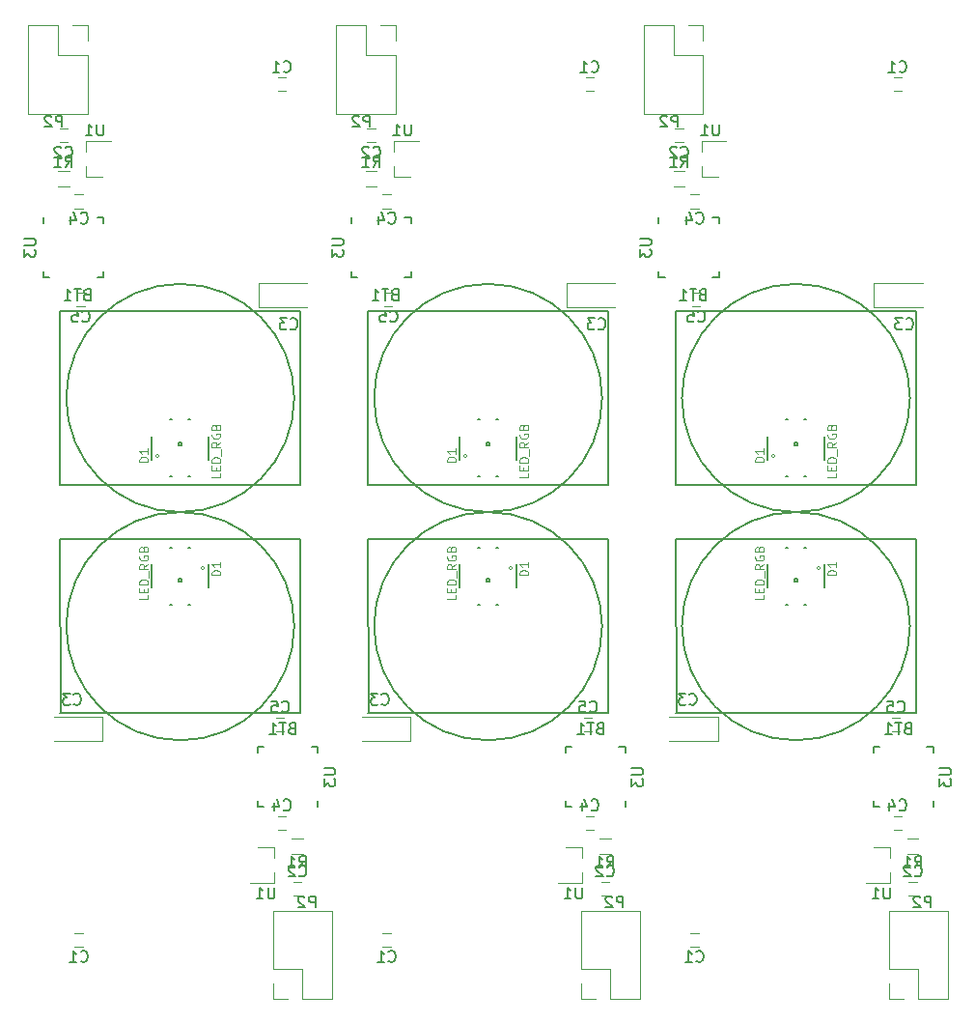
<source format=gbr>
G04 #@! TF.FileFunction,Legend,Bot*
%FSLAX46Y46*%
G04 Gerber Fmt 4.6, Leading zero omitted, Abs format (unit mm)*
G04 Created by KiCad (PCBNEW 4.0.6-e0-6349~52~ubuntu16.10.1) date Sat Apr 29 12:35:10 2017*
%MOMM*%
%LPD*%
G01*
G04 APERTURE LIST*
%ADD10C,0.100000*%
%ADD11C,0.203200*%
%ADD12C,0.101600*%
%ADD13C,0.150000*%
%ADD14C,0.120000*%
%ADD15C,0.050800*%
G04 APERTURE END LIST*
D10*
D11*
X256499360Y-104601780D02*
X256499360Y-106598220D01*
X251500640Y-104601780D02*
X251500640Y-106598220D01*
X254698500Y-103100640D02*
X254899160Y-103100640D01*
X253100840Y-103100640D02*
X253301500Y-103100640D01*
X253100840Y-108099360D02*
X253301500Y-108099360D01*
X254698500Y-108099360D02*
X254899160Y-108099360D01*
X253873000Y-105854000D02*
X254127000Y-105854000D01*
X254127000Y-105854000D02*
X254127000Y-106108000D01*
X254127000Y-106108000D02*
X253873000Y-106108000D01*
X253873000Y-106108000D02*
X253873000Y-105854000D01*
D12*
X256157033Y-104901500D02*
G75*
G03X256157033Y-104901500I-158053J0D01*
G01*
D13*
X264000000Y-110000000D02*
G75*
G03X264000000Y-110000000I-10000000J0D01*
G01*
X264550000Y-117625000D02*
X264550000Y-102375000D01*
X243450000Y-102375000D02*
X243500000Y-117625000D01*
X264550000Y-102375000D02*
X243450000Y-102375000D01*
X264550000Y-117625000D02*
X243450000Y-117625000D01*
D14*
X247150000Y-117950000D02*
X242900000Y-117950000D01*
X247150000Y-120050000D02*
X242900000Y-120050000D01*
X247150000Y-117950000D02*
X247150000Y-120050000D01*
X263250000Y-126625000D02*
X262550000Y-126625000D01*
X262550000Y-127825000D02*
X263250000Y-127825000D01*
X263100000Y-118000000D02*
X262400000Y-118000000D01*
X262400000Y-119200000D02*
X263100000Y-119200000D01*
X262130000Y-140070000D02*
X262130000Y-134930000D01*
X262130000Y-134930000D02*
X267330000Y-134930000D01*
X267330000Y-134930000D02*
X267330000Y-142670000D01*
X267330000Y-142670000D02*
X264730000Y-142670000D01*
X264730000Y-142670000D02*
X264730000Y-140070000D01*
X264730000Y-140070000D02*
X262130000Y-140070000D01*
X262130000Y-141340000D02*
X262130000Y-142670000D01*
X262130000Y-142670000D02*
X263460000Y-142670000D01*
X262260000Y-129370000D02*
X262260000Y-130300000D01*
X262260000Y-132530000D02*
X262260000Y-131600000D01*
X262260000Y-132530000D02*
X260100000Y-132530000D01*
X262260000Y-129370000D02*
X260800000Y-129370000D01*
X244750000Y-138100000D02*
X245450000Y-138100000D01*
X245450000Y-136900000D02*
X244750000Y-136900000D01*
X264600000Y-132400000D02*
X263900000Y-132400000D01*
X263900000Y-133600000D02*
X264600000Y-133600000D01*
X264750000Y-128570000D02*
X263750000Y-128570000D01*
X263750000Y-129930000D02*
X264750000Y-129930000D01*
D13*
X266025000Y-120575000D02*
X265500000Y-120575000D01*
X260775000Y-125825000D02*
X261300000Y-125825000D01*
X260775000Y-120575000D02*
X261300000Y-120575000D01*
X266025000Y-125825000D02*
X266025000Y-125300000D01*
X260775000Y-125825000D02*
X260775000Y-125300000D01*
X260775000Y-120575000D02*
X260775000Y-121100000D01*
X266025000Y-120575000D02*
X266025000Y-121100000D01*
D11*
X229499360Y-104601780D02*
X229499360Y-106598220D01*
X224500640Y-104601780D02*
X224500640Y-106598220D01*
X227698500Y-103100640D02*
X227899160Y-103100640D01*
X226100840Y-103100640D02*
X226301500Y-103100640D01*
X226100840Y-108099360D02*
X226301500Y-108099360D01*
X227698500Y-108099360D02*
X227899160Y-108099360D01*
X226873000Y-105854000D02*
X227127000Y-105854000D01*
X227127000Y-105854000D02*
X227127000Y-106108000D01*
X227127000Y-106108000D02*
X226873000Y-106108000D01*
X226873000Y-106108000D02*
X226873000Y-105854000D01*
D12*
X229157033Y-104901500D02*
G75*
G03X229157033Y-104901500I-158053J0D01*
G01*
D11*
X202499360Y-104601780D02*
X202499360Y-106598220D01*
X197500640Y-104601780D02*
X197500640Y-106598220D01*
X200698500Y-103100640D02*
X200899160Y-103100640D01*
X199100840Y-103100640D02*
X199301500Y-103100640D01*
X199100840Y-108099360D02*
X199301500Y-108099360D01*
X200698500Y-108099360D02*
X200899160Y-108099360D01*
X199873000Y-105854000D02*
X200127000Y-105854000D01*
X200127000Y-105854000D02*
X200127000Y-106108000D01*
X200127000Y-106108000D02*
X199873000Y-106108000D01*
X199873000Y-106108000D02*
X199873000Y-105854000D01*
D12*
X202157033Y-104901500D02*
G75*
G03X202157033Y-104901500I-158053J0D01*
G01*
D13*
X239025000Y-120575000D02*
X238500000Y-120575000D01*
X233775000Y-125825000D02*
X234300000Y-125825000D01*
X233775000Y-120575000D02*
X234300000Y-120575000D01*
X239025000Y-125825000D02*
X239025000Y-125300000D01*
X233775000Y-125825000D02*
X233775000Y-125300000D01*
X233775000Y-120575000D02*
X233775000Y-121100000D01*
X239025000Y-120575000D02*
X239025000Y-121100000D01*
X212025000Y-120575000D02*
X211500000Y-120575000D01*
X206775000Y-125825000D02*
X207300000Y-125825000D01*
X206775000Y-120575000D02*
X207300000Y-120575000D01*
X212025000Y-125825000D02*
X212025000Y-125300000D01*
X206775000Y-125825000D02*
X206775000Y-125300000D01*
X206775000Y-120575000D02*
X206775000Y-121100000D01*
X212025000Y-120575000D02*
X212025000Y-121100000D01*
D14*
X235130000Y-140070000D02*
X235130000Y-134930000D01*
X235130000Y-134930000D02*
X240330000Y-134930000D01*
X240330000Y-134930000D02*
X240330000Y-142670000D01*
X240330000Y-142670000D02*
X237730000Y-142670000D01*
X237730000Y-142670000D02*
X237730000Y-140070000D01*
X237730000Y-140070000D02*
X235130000Y-140070000D01*
X235130000Y-141340000D02*
X235130000Y-142670000D01*
X235130000Y-142670000D02*
X236460000Y-142670000D01*
X208130000Y-140070000D02*
X208130000Y-134930000D01*
X208130000Y-134930000D02*
X213330000Y-134930000D01*
X213330000Y-134930000D02*
X213330000Y-142670000D01*
X213330000Y-142670000D02*
X210730000Y-142670000D01*
X210730000Y-142670000D02*
X210730000Y-140070000D01*
X210730000Y-140070000D02*
X208130000Y-140070000D01*
X208130000Y-141340000D02*
X208130000Y-142670000D01*
X208130000Y-142670000D02*
X209460000Y-142670000D01*
X217750000Y-138100000D02*
X218450000Y-138100000D01*
X218450000Y-136900000D02*
X217750000Y-136900000D01*
X190750000Y-138100000D02*
X191450000Y-138100000D01*
X191450000Y-136900000D02*
X190750000Y-136900000D01*
X237600000Y-132400000D02*
X236900000Y-132400000D01*
X236900000Y-133600000D02*
X237600000Y-133600000D01*
X210600000Y-132400000D02*
X209900000Y-132400000D01*
X209900000Y-133600000D02*
X210600000Y-133600000D01*
X235260000Y-129370000D02*
X235260000Y-130300000D01*
X235260000Y-132530000D02*
X235260000Y-131600000D01*
X235260000Y-132530000D02*
X233100000Y-132530000D01*
X235260000Y-129370000D02*
X233800000Y-129370000D01*
X208260000Y-129370000D02*
X208260000Y-130300000D01*
X208260000Y-132530000D02*
X208260000Y-131600000D01*
X208260000Y-132530000D02*
X206100000Y-132530000D01*
X208260000Y-129370000D02*
X206800000Y-129370000D01*
X237750000Y-128570000D02*
X236750000Y-128570000D01*
X236750000Y-129930000D02*
X237750000Y-129930000D01*
X210750000Y-128570000D02*
X209750000Y-128570000D01*
X209750000Y-129930000D02*
X210750000Y-129930000D01*
X236100000Y-118000000D02*
X235400000Y-118000000D01*
X235400000Y-119200000D02*
X236100000Y-119200000D01*
X209100000Y-118000000D02*
X208400000Y-118000000D01*
X208400000Y-119200000D02*
X209100000Y-119200000D01*
X236250000Y-126625000D02*
X235550000Y-126625000D01*
X235550000Y-127825000D02*
X236250000Y-127825000D01*
X209250000Y-126625000D02*
X208550000Y-126625000D01*
X208550000Y-127825000D02*
X209250000Y-127825000D01*
X220150000Y-117950000D02*
X215900000Y-117950000D01*
X220150000Y-120050000D02*
X215900000Y-120050000D01*
X220150000Y-117950000D02*
X220150000Y-120050000D01*
X193150000Y-117950000D02*
X188900000Y-117950000D01*
X193150000Y-120050000D02*
X188900000Y-120050000D01*
X193150000Y-117950000D02*
X193150000Y-120050000D01*
D13*
X237000000Y-110000000D02*
G75*
G03X237000000Y-110000000I-10000000J0D01*
G01*
X237550000Y-117625000D02*
X237550000Y-102375000D01*
X216450000Y-102375000D02*
X216500000Y-117625000D01*
X237550000Y-102375000D02*
X216450000Y-102375000D01*
X237550000Y-117625000D02*
X216450000Y-117625000D01*
X210000000Y-110000000D02*
G75*
G03X210000000Y-110000000I-10000000J0D01*
G01*
X210550000Y-117625000D02*
X210550000Y-102375000D01*
X189450000Y-102375000D02*
X189500000Y-117625000D01*
X210550000Y-102375000D02*
X189450000Y-102375000D01*
X210550000Y-117625000D02*
X189450000Y-117625000D01*
X264000000Y-90000000D02*
G75*
G03X264000000Y-90000000I-10000000J0D01*
G01*
X243450000Y-82375000D02*
X243450000Y-97625000D01*
X264550000Y-97625000D02*
X264500000Y-82375000D01*
X243450000Y-97625000D02*
X264550000Y-97625000D01*
X243450000Y-82375000D02*
X264550000Y-82375000D01*
X237000000Y-90000000D02*
G75*
G03X237000000Y-90000000I-10000000J0D01*
G01*
X216450000Y-82375000D02*
X216450000Y-97625000D01*
X237550000Y-97625000D02*
X237500000Y-82375000D01*
X216450000Y-97625000D02*
X237550000Y-97625000D01*
X216450000Y-82375000D02*
X237550000Y-82375000D01*
D14*
X260850000Y-82050000D02*
X265100000Y-82050000D01*
X260850000Y-79950000D02*
X265100000Y-79950000D01*
X260850000Y-82050000D02*
X260850000Y-79950000D01*
X233850000Y-82050000D02*
X238100000Y-82050000D01*
X233850000Y-79950000D02*
X238100000Y-79950000D01*
X233850000Y-82050000D02*
X233850000Y-79950000D01*
X244750000Y-73375000D02*
X245450000Y-73375000D01*
X245450000Y-72175000D02*
X244750000Y-72175000D01*
X217750000Y-73375000D02*
X218450000Y-73375000D01*
X218450000Y-72175000D02*
X217750000Y-72175000D01*
X244900000Y-82000000D02*
X245600000Y-82000000D01*
X245600000Y-80800000D02*
X244900000Y-80800000D01*
X217900000Y-82000000D02*
X218600000Y-82000000D01*
X218600000Y-80800000D02*
X217900000Y-80800000D01*
X243250000Y-71430000D02*
X244250000Y-71430000D01*
X244250000Y-70070000D02*
X243250000Y-70070000D01*
X216250000Y-71430000D02*
X217250000Y-71430000D01*
X217250000Y-70070000D02*
X216250000Y-70070000D01*
X245740000Y-70630000D02*
X245740000Y-69700000D01*
X245740000Y-67470000D02*
X245740000Y-68400000D01*
X245740000Y-67470000D02*
X247900000Y-67470000D01*
X245740000Y-70630000D02*
X247200000Y-70630000D01*
X218740000Y-70630000D02*
X218740000Y-69700000D01*
X218740000Y-67470000D02*
X218740000Y-68400000D01*
X218740000Y-67470000D02*
X220900000Y-67470000D01*
X218740000Y-70630000D02*
X220200000Y-70630000D01*
X243400000Y-67600000D02*
X244100000Y-67600000D01*
X244100000Y-66400000D02*
X243400000Y-66400000D01*
X216400000Y-67600000D02*
X217100000Y-67600000D01*
X217100000Y-66400000D02*
X216400000Y-66400000D01*
X263250000Y-61900000D02*
X262550000Y-61900000D01*
X262550000Y-63100000D02*
X263250000Y-63100000D01*
X236250000Y-61900000D02*
X235550000Y-61900000D01*
X235550000Y-63100000D02*
X236250000Y-63100000D01*
X245870000Y-59930000D02*
X245870000Y-65070000D01*
X245870000Y-65070000D02*
X240670000Y-65070000D01*
X240670000Y-65070000D02*
X240670000Y-57330000D01*
X240670000Y-57330000D02*
X243270000Y-57330000D01*
X243270000Y-57330000D02*
X243270000Y-59930000D01*
X243270000Y-59930000D02*
X245870000Y-59930000D01*
X245870000Y-58660000D02*
X245870000Y-57330000D01*
X245870000Y-57330000D02*
X244540000Y-57330000D01*
X218870000Y-59930000D02*
X218870000Y-65070000D01*
X218870000Y-65070000D02*
X213670000Y-65070000D01*
X213670000Y-65070000D02*
X213670000Y-57330000D01*
X213670000Y-57330000D02*
X216270000Y-57330000D01*
X216270000Y-57330000D02*
X216270000Y-59930000D01*
X216270000Y-59930000D02*
X218870000Y-59930000D01*
X218870000Y-58660000D02*
X218870000Y-57330000D01*
X218870000Y-57330000D02*
X217540000Y-57330000D01*
D13*
X241975000Y-79425000D02*
X242500000Y-79425000D01*
X247225000Y-74175000D02*
X246700000Y-74175000D01*
X247225000Y-79425000D02*
X246700000Y-79425000D01*
X241975000Y-74175000D02*
X241975000Y-74700000D01*
X247225000Y-74175000D02*
X247225000Y-74700000D01*
X247225000Y-79425000D02*
X247225000Y-78900000D01*
X241975000Y-79425000D02*
X241975000Y-78900000D01*
X214975000Y-79425000D02*
X215500000Y-79425000D01*
X220225000Y-74175000D02*
X219700000Y-74175000D01*
X220225000Y-79425000D02*
X219700000Y-79425000D01*
X214975000Y-74175000D02*
X214975000Y-74700000D01*
X220225000Y-74175000D02*
X220225000Y-74700000D01*
X220225000Y-79425000D02*
X220225000Y-78900000D01*
X214975000Y-79425000D02*
X214975000Y-78900000D01*
D11*
X251500640Y-95398220D02*
X251500640Y-93401780D01*
X256499360Y-95398220D02*
X256499360Y-93401780D01*
X253301500Y-96899360D02*
X253100840Y-96899360D01*
X254899160Y-96899360D02*
X254698500Y-96899360D01*
X254899160Y-91900640D02*
X254698500Y-91900640D01*
X253301500Y-91900640D02*
X253100840Y-91900640D01*
X254127000Y-94146000D02*
X253873000Y-94146000D01*
X253873000Y-94146000D02*
X253873000Y-93892000D01*
X253873000Y-93892000D02*
X254127000Y-93892000D01*
X254127000Y-93892000D02*
X254127000Y-94146000D01*
D12*
X252159073Y-95098500D02*
G75*
G03X252159073Y-95098500I-158053J0D01*
G01*
D11*
X224500640Y-95398220D02*
X224500640Y-93401780D01*
X229499360Y-95398220D02*
X229499360Y-93401780D01*
X226301500Y-96899360D02*
X226100840Y-96899360D01*
X227899160Y-96899360D02*
X227698500Y-96899360D01*
X227899160Y-91900640D02*
X227698500Y-91900640D01*
X226301500Y-91900640D02*
X226100840Y-91900640D01*
X227127000Y-94146000D02*
X226873000Y-94146000D01*
X226873000Y-94146000D02*
X226873000Y-93892000D01*
X226873000Y-93892000D02*
X227127000Y-93892000D01*
X227127000Y-93892000D02*
X227127000Y-94146000D01*
D12*
X225159073Y-95098500D02*
G75*
G03X225159073Y-95098500I-158053J0D01*
G01*
D13*
X187975000Y-79425000D02*
X188500000Y-79425000D01*
X193225000Y-74175000D02*
X192700000Y-74175000D01*
X193225000Y-79425000D02*
X192700000Y-79425000D01*
X187975000Y-74175000D02*
X187975000Y-74700000D01*
X193225000Y-74175000D02*
X193225000Y-74700000D01*
X193225000Y-79425000D02*
X193225000Y-78900000D01*
X187975000Y-79425000D02*
X187975000Y-78900000D01*
D14*
X189250000Y-71430000D02*
X190250000Y-71430000D01*
X190250000Y-70070000D02*
X189250000Y-70070000D01*
X189400000Y-67600000D02*
X190100000Y-67600000D01*
X190100000Y-66400000D02*
X189400000Y-66400000D01*
X209250000Y-61900000D02*
X208550000Y-61900000D01*
X208550000Y-63100000D02*
X209250000Y-63100000D01*
X191740000Y-70630000D02*
X191740000Y-69700000D01*
X191740000Y-67470000D02*
X191740000Y-68400000D01*
X191740000Y-67470000D02*
X193900000Y-67470000D01*
X191740000Y-70630000D02*
X193200000Y-70630000D01*
X191870000Y-59930000D02*
X191870000Y-65070000D01*
X191870000Y-65070000D02*
X186670000Y-65070000D01*
X186670000Y-65070000D02*
X186670000Y-57330000D01*
X186670000Y-57330000D02*
X189270000Y-57330000D01*
X189270000Y-57330000D02*
X189270000Y-59930000D01*
X189270000Y-59930000D02*
X191870000Y-59930000D01*
X191870000Y-58660000D02*
X191870000Y-57330000D01*
X191870000Y-57330000D02*
X190540000Y-57330000D01*
X190900000Y-82000000D02*
X191600000Y-82000000D01*
X191600000Y-80800000D02*
X190900000Y-80800000D01*
X190750000Y-73375000D02*
X191450000Y-73375000D01*
X191450000Y-72175000D02*
X190750000Y-72175000D01*
X206850000Y-82050000D02*
X211100000Y-82050000D01*
X206850000Y-79950000D02*
X211100000Y-79950000D01*
X206850000Y-82050000D02*
X206850000Y-79950000D01*
D13*
X210000000Y-90000000D02*
G75*
G03X210000000Y-90000000I-10000000J0D01*
G01*
X189450000Y-82375000D02*
X189450000Y-97625000D01*
X210550000Y-97625000D02*
X210500000Y-82375000D01*
X189450000Y-97625000D02*
X210550000Y-97625000D01*
X189450000Y-82375000D02*
X210550000Y-82375000D01*
D11*
X197500640Y-95398220D02*
X197500640Y-93401780D01*
X202499360Y-95398220D02*
X202499360Y-93401780D01*
X199301500Y-96899360D02*
X199100840Y-96899360D01*
X200899160Y-96899360D02*
X200698500Y-96899360D01*
X200899160Y-91900640D02*
X200698500Y-91900640D01*
X199301500Y-91900640D02*
X199100840Y-91900640D01*
X200127000Y-94146000D02*
X199873000Y-94146000D01*
X199873000Y-94146000D02*
X199873000Y-93892000D01*
X199873000Y-93892000D02*
X200127000Y-93892000D01*
X200127000Y-93892000D02*
X200127000Y-94146000D01*
D12*
X198159073Y-95098500D02*
G75*
G03X198159073Y-95098500I-158053J0D01*
G01*
D15*
X257519714Y-105527428D02*
X256757714Y-105527428D01*
X256757714Y-105346000D01*
X256794000Y-105237143D01*
X256866571Y-105164571D01*
X256939143Y-105128286D01*
X257084286Y-105092000D01*
X257193143Y-105092000D01*
X257338286Y-105128286D01*
X257410857Y-105164571D01*
X257483429Y-105237143D01*
X257519714Y-105346000D01*
X257519714Y-105527428D01*
X257519714Y-104366286D02*
X257519714Y-104801714D01*
X257519714Y-104584000D02*
X256757714Y-104584000D01*
X256866571Y-104656571D01*
X256939143Y-104729143D01*
X256975429Y-104801714D01*
X251169714Y-107269142D02*
X251169714Y-107631999D01*
X250407714Y-107631999D01*
X250770571Y-107015142D02*
X250770571Y-106761142D01*
X251169714Y-106652285D02*
X251169714Y-107015142D01*
X250407714Y-107015142D01*
X250407714Y-106652285D01*
X251169714Y-106325713D02*
X250407714Y-106325713D01*
X250407714Y-106144285D01*
X250444000Y-106035428D01*
X250516571Y-105962856D01*
X250589143Y-105926571D01*
X250734286Y-105890285D01*
X250843143Y-105890285D01*
X250988286Y-105926571D01*
X251060857Y-105962856D01*
X251133429Y-106035428D01*
X251169714Y-106144285D01*
X251169714Y-106325713D01*
X251242286Y-105745142D02*
X251242286Y-105164571D01*
X251169714Y-104547714D02*
X250806857Y-104801714D01*
X251169714Y-104983142D02*
X250407714Y-104983142D01*
X250407714Y-104692857D01*
X250444000Y-104620285D01*
X250480286Y-104584000D01*
X250552857Y-104547714D01*
X250661714Y-104547714D01*
X250734286Y-104584000D01*
X250770571Y-104620285D01*
X250806857Y-104692857D01*
X250806857Y-104983142D01*
X250444000Y-103822000D02*
X250407714Y-103894571D01*
X250407714Y-104003428D01*
X250444000Y-104112285D01*
X250516571Y-104184857D01*
X250589143Y-104221142D01*
X250734286Y-104257428D01*
X250843143Y-104257428D01*
X250988286Y-104221142D01*
X251060857Y-104184857D01*
X251133429Y-104112285D01*
X251169714Y-104003428D01*
X251169714Y-103930857D01*
X251133429Y-103822000D01*
X251097143Y-103785714D01*
X250843143Y-103785714D01*
X250843143Y-103930857D01*
X250770571Y-103205142D02*
X250806857Y-103096285D01*
X250843143Y-103060000D01*
X250915714Y-103023714D01*
X251024571Y-103023714D01*
X251097143Y-103060000D01*
X251133429Y-103096285D01*
X251169714Y-103168857D01*
X251169714Y-103459142D01*
X250407714Y-103459142D01*
X250407714Y-103205142D01*
X250444000Y-103132571D01*
X250480286Y-103096285D01*
X250552857Y-103060000D01*
X250625429Y-103060000D01*
X250698000Y-103096285D01*
X250734286Y-103132571D01*
X250770571Y-103205142D01*
X250770571Y-103459142D01*
D13*
X263785714Y-118928571D02*
X263642857Y-118976190D01*
X263595238Y-119023810D01*
X263547619Y-119119048D01*
X263547619Y-119261905D01*
X263595238Y-119357143D01*
X263642857Y-119404762D01*
X263738095Y-119452381D01*
X264119048Y-119452381D01*
X264119048Y-118452381D01*
X263785714Y-118452381D01*
X263690476Y-118500000D01*
X263642857Y-118547619D01*
X263595238Y-118642857D01*
X263595238Y-118738095D01*
X263642857Y-118833333D01*
X263690476Y-118880952D01*
X263785714Y-118928571D01*
X264119048Y-118928571D01*
X263261905Y-118452381D02*
X262690476Y-118452381D01*
X262976191Y-119452381D02*
X262976191Y-118452381D01*
X261833333Y-119452381D02*
X262404762Y-119452381D01*
X262119048Y-119452381D02*
X262119048Y-118452381D01*
X262214286Y-118595238D01*
X262309524Y-118690476D01*
X262404762Y-118738095D01*
X244666666Y-116807143D02*
X244714285Y-116854762D01*
X244857142Y-116902381D01*
X244952380Y-116902381D01*
X245095238Y-116854762D01*
X245190476Y-116759524D01*
X245238095Y-116664286D01*
X245285714Y-116473810D01*
X245285714Y-116330952D01*
X245238095Y-116140476D01*
X245190476Y-116045238D01*
X245095238Y-115950000D01*
X244952380Y-115902381D01*
X244857142Y-115902381D01*
X244714285Y-115950000D01*
X244666666Y-115997619D01*
X244333333Y-115902381D02*
X243714285Y-115902381D01*
X244047619Y-116283333D01*
X243904761Y-116283333D01*
X243809523Y-116330952D01*
X243761904Y-116378571D01*
X243714285Y-116473810D01*
X243714285Y-116711905D01*
X243761904Y-116807143D01*
X243809523Y-116854762D01*
X243904761Y-116902381D01*
X244190476Y-116902381D01*
X244285714Y-116854762D01*
X244333333Y-116807143D01*
X263066666Y-126082143D02*
X263114285Y-126129762D01*
X263257142Y-126177381D01*
X263352380Y-126177381D01*
X263495238Y-126129762D01*
X263590476Y-126034524D01*
X263638095Y-125939286D01*
X263685714Y-125748810D01*
X263685714Y-125605952D01*
X263638095Y-125415476D01*
X263590476Y-125320238D01*
X263495238Y-125225000D01*
X263352380Y-125177381D01*
X263257142Y-125177381D01*
X263114285Y-125225000D01*
X263066666Y-125272619D01*
X262209523Y-125510714D02*
X262209523Y-126177381D01*
X262447619Y-125129762D02*
X262685714Y-125844048D01*
X262066666Y-125844048D01*
X262916666Y-117457143D02*
X262964285Y-117504762D01*
X263107142Y-117552381D01*
X263202380Y-117552381D01*
X263345238Y-117504762D01*
X263440476Y-117409524D01*
X263488095Y-117314286D01*
X263535714Y-117123810D01*
X263535714Y-116980952D01*
X263488095Y-116790476D01*
X263440476Y-116695238D01*
X263345238Y-116600000D01*
X263202380Y-116552381D01*
X263107142Y-116552381D01*
X262964285Y-116600000D01*
X262916666Y-116647619D01*
X262011904Y-116552381D02*
X262488095Y-116552381D01*
X262535714Y-117028571D01*
X262488095Y-116980952D01*
X262392857Y-116933333D01*
X262154761Y-116933333D01*
X262059523Y-116980952D01*
X262011904Y-117028571D01*
X261964285Y-117123810D01*
X261964285Y-117361905D01*
X262011904Y-117457143D01*
X262059523Y-117504762D01*
X262154761Y-117552381D01*
X262392857Y-117552381D01*
X262488095Y-117504762D01*
X262535714Y-117457143D01*
X265838095Y-134652381D02*
X265838095Y-133652381D01*
X265457142Y-133652381D01*
X265361904Y-133700000D01*
X265314285Y-133747619D01*
X265266666Y-133842857D01*
X265266666Y-133985714D01*
X265314285Y-134080952D01*
X265361904Y-134128571D01*
X265457142Y-134176190D01*
X265838095Y-134176190D01*
X264885714Y-133747619D02*
X264838095Y-133700000D01*
X264742857Y-133652381D01*
X264504761Y-133652381D01*
X264409523Y-133700000D01*
X264361904Y-133747619D01*
X264314285Y-133842857D01*
X264314285Y-133938095D01*
X264361904Y-134080952D01*
X264933333Y-134652381D01*
X264314285Y-134652381D01*
X262261905Y-132902381D02*
X262261905Y-133711905D01*
X262214286Y-133807143D01*
X262166667Y-133854762D01*
X262071429Y-133902381D01*
X261880952Y-133902381D01*
X261785714Y-133854762D01*
X261738095Y-133807143D01*
X261690476Y-133711905D01*
X261690476Y-132902381D01*
X260690476Y-133902381D02*
X261261905Y-133902381D01*
X260976191Y-133902381D02*
X260976191Y-132902381D01*
X261071429Y-133045238D01*
X261166667Y-133140476D01*
X261261905Y-133188095D01*
X245266666Y-139357143D02*
X245314285Y-139404762D01*
X245457142Y-139452381D01*
X245552380Y-139452381D01*
X245695238Y-139404762D01*
X245790476Y-139309524D01*
X245838095Y-139214286D01*
X245885714Y-139023810D01*
X245885714Y-138880952D01*
X245838095Y-138690476D01*
X245790476Y-138595238D01*
X245695238Y-138500000D01*
X245552380Y-138452381D01*
X245457142Y-138452381D01*
X245314285Y-138500000D01*
X245266666Y-138547619D01*
X244314285Y-139452381D02*
X244885714Y-139452381D01*
X244600000Y-139452381D02*
X244600000Y-138452381D01*
X244695238Y-138595238D01*
X244790476Y-138690476D01*
X244885714Y-138738095D01*
X264416666Y-131857143D02*
X264464285Y-131904762D01*
X264607142Y-131952381D01*
X264702380Y-131952381D01*
X264845238Y-131904762D01*
X264940476Y-131809524D01*
X264988095Y-131714286D01*
X265035714Y-131523810D01*
X265035714Y-131380952D01*
X264988095Y-131190476D01*
X264940476Y-131095238D01*
X264845238Y-131000000D01*
X264702380Y-130952381D01*
X264607142Y-130952381D01*
X264464285Y-131000000D01*
X264416666Y-131047619D01*
X264035714Y-131047619D02*
X263988095Y-131000000D01*
X263892857Y-130952381D01*
X263654761Y-130952381D01*
X263559523Y-131000000D01*
X263511904Y-131047619D01*
X263464285Y-131142857D01*
X263464285Y-131238095D01*
X263511904Y-131380952D01*
X264083333Y-131952381D01*
X263464285Y-131952381D01*
X264416666Y-131152381D02*
X264750000Y-130676190D01*
X264988095Y-131152381D02*
X264988095Y-130152381D01*
X264607142Y-130152381D01*
X264511904Y-130200000D01*
X264464285Y-130247619D01*
X264416666Y-130342857D01*
X264416666Y-130485714D01*
X264464285Y-130580952D01*
X264511904Y-130628571D01*
X264607142Y-130676190D01*
X264988095Y-130676190D01*
X263464285Y-131152381D02*
X264035714Y-131152381D01*
X263750000Y-131152381D02*
X263750000Y-130152381D01*
X263845238Y-130295238D01*
X263940476Y-130390476D01*
X264035714Y-130438095D01*
X266602381Y-122438095D02*
X267411905Y-122438095D01*
X267507143Y-122485714D01*
X267554762Y-122533333D01*
X267602381Y-122628571D01*
X267602381Y-122819048D01*
X267554762Y-122914286D01*
X267507143Y-122961905D01*
X267411905Y-123009524D01*
X266602381Y-123009524D01*
X266602381Y-123390476D02*
X266602381Y-124009524D01*
X266983333Y-123676190D01*
X266983333Y-123819048D01*
X267030952Y-123914286D01*
X267078571Y-123961905D01*
X267173810Y-124009524D01*
X267411905Y-124009524D01*
X267507143Y-123961905D01*
X267554762Y-123914286D01*
X267602381Y-123819048D01*
X267602381Y-123533333D01*
X267554762Y-123438095D01*
X267507143Y-123390476D01*
D15*
X230519714Y-105527428D02*
X229757714Y-105527428D01*
X229757714Y-105346000D01*
X229794000Y-105237143D01*
X229866571Y-105164571D01*
X229939143Y-105128286D01*
X230084286Y-105092000D01*
X230193143Y-105092000D01*
X230338286Y-105128286D01*
X230410857Y-105164571D01*
X230483429Y-105237143D01*
X230519714Y-105346000D01*
X230519714Y-105527428D01*
X230519714Y-104366286D02*
X230519714Y-104801714D01*
X230519714Y-104584000D02*
X229757714Y-104584000D01*
X229866571Y-104656571D01*
X229939143Y-104729143D01*
X229975429Y-104801714D01*
X224169714Y-107269142D02*
X224169714Y-107631999D01*
X223407714Y-107631999D01*
X223770571Y-107015142D02*
X223770571Y-106761142D01*
X224169714Y-106652285D02*
X224169714Y-107015142D01*
X223407714Y-107015142D01*
X223407714Y-106652285D01*
X224169714Y-106325713D02*
X223407714Y-106325713D01*
X223407714Y-106144285D01*
X223444000Y-106035428D01*
X223516571Y-105962856D01*
X223589143Y-105926571D01*
X223734286Y-105890285D01*
X223843143Y-105890285D01*
X223988286Y-105926571D01*
X224060857Y-105962856D01*
X224133429Y-106035428D01*
X224169714Y-106144285D01*
X224169714Y-106325713D01*
X224242286Y-105745142D02*
X224242286Y-105164571D01*
X224169714Y-104547714D02*
X223806857Y-104801714D01*
X224169714Y-104983142D02*
X223407714Y-104983142D01*
X223407714Y-104692857D01*
X223444000Y-104620285D01*
X223480286Y-104584000D01*
X223552857Y-104547714D01*
X223661714Y-104547714D01*
X223734286Y-104584000D01*
X223770571Y-104620285D01*
X223806857Y-104692857D01*
X223806857Y-104983142D01*
X223444000Y-103822000D02*
X223407714Y-103894571D01*
X223407714Y-104003428D01*
X223444000Y-104112285D01*
X223516571Y-104184857D01*
X223589143Y-104221142D01*
X223734286Y-104257428D01*
X223843143Y-104257428D01*
X223988286Y-104221142D01*
X224060857Y-104184857D01*
X224133429Y-104112285D01*
X224169714Y-104003428D01*
X224169714Y-103930857D01*
X224133429Y-103822000D01*
X224097143Y-103785714D01*
X223843143Y-103785714D01*
X223843143Y-103930857D01*
X223770571Y-103205142D02*
X223806857Y-103096285D01*
X223843143Y-103060000D01*
X223915714Y-103023714D01*
X224024571Y-103023714D01*
X224097143Y-103060000D01*
X224133429Y-103096285D01*
X224169714Y-103168857D01*
X224169714Y-103459142D01*
X223407714Y-103459142D01*
X223407714Y-103205142D01*
X223444000Y-103132571D01*
X223480286Y-103096285D01*
X223552857Y-103060000D01*
X223625429Y-103060000D01*
X223698000Y-103096285D01*
X223734286Y-103132571D01*
X223770571Y-103205142D01*
X223770571Y-103459142D01*
X203519714Y-105527428D02*
X202757714Y-105527428D01*
X202757714Y-105346000D01*
X202794000Y-105237143D01*
X202866571Y-105164571D01*
X202939143Y-105128286D01*
X203084286Y-105092000D01*
X203193143Y-105092000D01*
X203338286Y-105128286D01*
X203410857Y-105164571D01*
X203483429Y-105237143D01*
X203519714Y-105346000D01*
X203519714Y-105527428D01*
X203519714Y-104366286D02*
X203519714Y-104801714D01*
X203519714Y-104584000D02*
X202757714Y-104584000D01*
X202866571Y-104656571D01*
X202939143Y-104729143D01*
X202975429Y-104801714D01*
X197169714Y-107269142D02*
X197169714Y-107631999D01*
X196407714Y-107631999D01*
X196770571Y-107015142D02*
X196770571Y-106761142D01*
X197169714Y-106652285D02*
X197169714Y-107015142D01*
X196407714Y-107015142D01*
X196407714Y-106652285D01*
X197169714Y-106325713D02*
X196407714Y-106325713D01*
X196407714Y-106144285D01*
X196444000Y-106035428D01*
X196516571Y-105962856D01*
X196589143Y-105926571D01*
X196734286Y-105890285D01*
X196843143Y-105890285D01*
X196988286Y-105926571D01*
X197060857Y-105962856D01*
X197133429Y-106035428D01*
X197169714Y-106144285D01*
X197169714Y-106325713D01*
X197242286Y-105745142D02*
X197242286Y-105164571D01*
X197169714Y-104547714D02*
X196806857Y-104801714D01*
X197169714Y-104983142D02*
X196407714Y-104983142D01*
X196407714Y-104692857D01*
X196444000Y-104620285D01*
X196480286Y-104584000D01*
X196552857Y-104547714D01*
X196661714Y-104547714D01*
X196734286Y-104584000D01*
X196770571Y-104620285D01*
X196806857Y-104692857D01*
X196806857Y-104983142D01*
X196444000Y-103822000D02*
X196407714Y-103894571D01*
X196407714Y-104003428D01*
X196444000Y-104112285D01*
X196516571Y-104184857D01*
X196589143Y-104221142D01*
X196734286Y-104257428D01*
X196843143Y-104257428D01*
X196988286Y-104221142D01*
X197060857Y-104184857D01*
X197133429Y-104112285D01*
X197169714Y-104003428D01*
X197169714Y-103930857D01*
X197133429Y-103822000D01*
X197097143Y-103785714D01*
X196843143Y-103785714D01*
X196843143Y-103930857D01*
X196770571Y-103205142D02*
X196806857Y-103096285D01*
X196843143Y-103060000D01*
X196915714Y-103023714D01*
X197024571Y-103023714D01*
X197097143Y-103060000D01*
X197133429Y-103096285D01*
X197169714Y-103168857D01*
X197169714Y-103459142D01*
X196407714Y-103459142D01*
X196407714Y-103205142D01*
X196444000Y-103132571D01*
X196480286Y-103096285D01*
X196552857Y-103060000D01*
X196625429Y-103060000D01*
X196698000Y-103096285D01*
X196734286Y-103132571D01*
X196770571Y-103205142D01*
X196770571Y-103459142D01*
D13*
X239602381Y-122438095D02*
X240411905Y-122438095D01*
X240507143Y-122485714D01*
X240554762Y-122533333D01*
X240602381Y-122628571D01*
X240602381Y-122819048D01*
X240554762Y-122914286D01*
X240507143Y-122961905D01*
X240411905Y-123009524D01*
X239602381Y-123009524D01*
X239602381Y-123390476D02*
X239602381Y-124009524D01*
X239983333Y-123676190D01*
X239983333Y-123819048D01*
X240030952Y-123914286D01*
X240078571Y-123961905D01*
X240173810Y-124009524D01*
X240411905Y-124009524D01*
X240507143Y-123961905D01*
X240554762Y-123914286D01*
X240602381Y-123819048D01*
X240602381Y-123533333D01*
X240554762Y-123438095D01*
X240507143Y-123390476D01*
X212602381Y-122438095D02*
X213411905Y-122438095D01*
X213507143Y-122485714D01*
X213554762Y-122533333D01*
X213602381Y-122628571D01*
X213602381Y-122819048D01*
X213554762Y-122914286D01*
X213507143Y-122961905D01*
X213411905Y-123009524D01*
X212602381Y-123009524D01*
X212602381Y-123390476D02*
X212602381Y-124009524D01*
X212983333Y-123676190D01*
X212983333Y-123819048D01*
X213030952Y-123914286D01*
X213078571Y-123961905D01*
X213173810Y-124009524D01*
X213411905Y-124009524D01*
X213507143Y-123961905D01*
X213554762Y-123914286D01*
X213602381Y-123819048D01*
X213602381Y-123533333D01*
X213554762Y-123438095D01*
X213507143Y-123390476D01*
X238838095Y-134652381D02*
X238838095Y-133652381D01*
X238457142Y-133652381D01*
X238361904Y-133700000D01*
X238314285Y-133747619D01*
X238266666Y-133842857D01*
X238266666Y-133985714D01*
X238314285Y-134080952D01*
X238361904Y-134128571D01*
X238457142Y-134176190D01*
X238838095Y-134176190D01*
X237885714Y-133747619D02*
X237838095Y-133700000D01*
X237742857Y-133652381D01*
X237504761Y-133652381D01*
X237409523Y-133700000D01*
X237361904Y-133747619D01*
X237314285Y-133842857D01*
X237314285Y-133938095D01*
X237361904Y-134080952D01*
X237933333Y-134652381D01*
X237314285Y-134652381D01*
X211838095Y-134652381D02*
X211838095Y-133652381D01*
X211457142Y-133652381D01*
X211361904Y-133700000D01*
X211314285Y-133747619D01*
X211266666Y-133842857D01*
X211266666Y-133985714D01*
X211314285Y-134080952D01*
X211361904Y-134128571D01*
X211457142Y-134176190D01*
X211838095Y-134176190D01*
X210885714Y-133747619D02*
X210838095Y-133700000D01*
X210742857Y-133652381D01*
X210504761Y-133652381D01*
X210409523Y-133700000D01*
X210361904Y-133747619D01*
X210314285Y-133842857D01*
X210314285Y-133938095D01*
X210361904Y-134080952D01*
X210933333Y-134652381D01*
X210314285Y-134652381D01*
X218266666Y-139357143D02*
X218314285Y-139404762D01*
X218457142Y-139452381D01*
X218552380Y-139452381D01*
X218695238Y-139404762D01*
X218790476Y-139309524D01*
X218838095Y-139214286D01*
X218885714Y-139023810D01*
X218885714Y-138880952D01*
X218838095Y-138690476D01*
X218790476Y-138595238D01*
X218695238Y-138500000D01*
X218552380Y-138452381D01*
X218457142Y-138452381D01*
X218314285Y-138500000D01*
X218266666Y-138547619D01*
X217314285Y-139452381D02*
X217885714Y-139452381D01*
X217600000Y-139452381D02*
X217600000Y-138452381D01*
X217695238Y-138595238D01*
X217790476Y-138690476D01*
X217885714Y-138738095D01*
X191266666Y-139357143D02*
X191314285Y-139404762D01*
X191457142Y-139452381D01*
X191552380Y-139452381D01*
X191695238Y-139404762D01*
X191790476Y-139309524D01*
X191838095Y-139214286D01*
X191885714Y-139023810D01*
X191885714Y-138880952D01*
X191838095Y-138690476D01*
X191790476Y-138595238D01*
X191695238Y-138500000D01*
X191552380Y-138452381D01*
X191457142Y-138452381D01*
X191314285Y-138500000D01*
X191266666Y-138547619D01*
X190314285Y-139452381D02*
X190885714Y-139452381D01*
X190600000Y-139452381D02*
X190600000Y-138452381D01*
X190695238Y-138595238D01*
X190790476Y-138690476D01*
X190885714Y-138738095D01*
X237416666Y-131857143D02*
X237464285Y-131904762D01*
X237607142Y-131952381D01*
X237702380Y-131952381D01*
X237845238Y-131904762D01*
X237940476Y-131809524D01*
X237988095Y-131714286D01*
X238035714Y-131523810D01*
X238035714Y-131380952D01*
X237988095Y-131190476D01*
X237940476Y-131095238D01*
X237845238Y-131000000D01*
X237702380Y-130952381D01*
X237607142Y-130952381D01*
X237464285Y-131000000D01*
X237416666Y-131047619D01*
X237035714Y-131047619D02*
X236988095Y-131000000D01*
X236892857Y-130952381D01*
X236654761Y-130952381D01*
X236559523Y-131000000D01*
X236511904Y-131047619D01*
X236464285Y-131142857D01*
X236464285Y-131238095D01*
X236511904Y-131380952D01*
X237083333Y-131952381D01*
X236464285Y-131952381D01*
X210416666Y-131857143D02*
X210464285Y-131904762D01*
X210607142Y-131952381D01*
X210702380Y-131952381D01*
X210845238Y-131904762D01*
X210940476Y-131809524D01*
X210988095Y-131714286D01*
X211035714Y-131523810D01*
X211035714Y-131380952D01*
X210988095Y-131190476D01*
X210940476Y-131095238D01*
X210845238Y-131000000D01*
X210702380Y-130952381D01*
X210607142Y-130952381D01*
X210464285Y-131000000D01*
X210416666Y-131047619D01*
X210035714Y-131047619D02*
X209988095Y-131000000D01*
X209892857Y-130952381D01*
X209654761Y-130952381D01*
X209559523Y-131000000D01*
X209511904Y-131047619D01*
X209464285Y-131142857D01*
X209464285Y-131238095D01*
X209511904Y-131380952D01*
X210083333Y-131952381D01*
X209464285Y-131952381D01*
X235261905Y-132902381D02*
X235261905Y-133711905D01*
X235214286Y-133807143D01*
X235166667Y-133854762D01*
X235071429Y-133902381D01*
X234880952Y-133902381D01*
X234785714Y-133854762D01*
X234738095Y-133807143D01*
X234690476Y-133711905D01*
X234690476Y-132902381D01*
X233690476Y-133902381D02*
X234261905Y-133902381D01*
X233976191Y-133902381D02*
X233976191Y-132902381D01*
X234071429Y-133045238D01*
X234166667Y-133140476D01*
X234261905Y-133188095D01*
X208261905Y-132902381D02*
X208261905Y-133711905D01*
X208214286Y-133807143D01*
X208166667Y-133854762D01*
X208071429Y-133902381D01*
X207880952Y-133902381D01*
X207785714Y-133854762D01*
X207738095Y-133807143D01*
X207690476Y-133711905D01*
X207690476Y-132902381D01*
X206690476Y-133902381D02*
X207261905Y-133902381D01*
X206976191Y-133902381D02*
X206976191Y-132902381D01*
X207071429Y-133045238D01*
X207166667Y-133140476D01*
X207261905Y-133188095D01*
X237416666Y-131152381D02*
X237750000Y-130676190D01*
X237988095Y-131152381D02*
X237988095Y-130152381D01*
X237607142Y-130152381D01*
X237511904Y-130200000D01*
X237464285Y-130247619D01*
X237416666Y-130342857D01*
X237416666Y-130485714D01*
X237464285Y-130580952D01*
X237511904Y-130628571D01*
X237607142Y-130676190D01*
X237988095Y-130676190D01*
X236464285Y-131152381D02*
X237035714Y-131152381D01*
X236750000Y-131152381D02*
X236750000Y-130152381D01*
X236845238Y-130295238D01*
X236940476Y-130390476D01*
X237035714Y-130438095D01*
X210416666Y-131152381D02*
X210750000Y-130676190D01*
X210988095Y-131152381D02*
X210988095Y-130152381D01*
X210607142Y-130152381D01*
X210511904Y-130200000D01*
X210464285Y-130247619D01*
X210416666Y-130342857D01*
X210416666Y-130485714D01*
X210464285Y-130580952D01*
X210511904Y-130628571D01*
X210607142Y-130676190D01*
X210988095Y-130676190D01*
X209464285Y-131152381D02*
X210035714Y-131152381D01*
X209750000Y-131152381D02*
X209750000Y-130152381D01*
X209845238Y-130295238D01*
X209940476Y-130390476D01*
X210035714Y-130438095D01*
X235916666Y-117457143D02*
X235964285Y-117504762D01*
X236107142Y-117552381D01*
X236202380Y-117552381D01*
X236345238Y-117504762D01*
X236440476Y-117409524D01*
X236488095Y-117314286D01*
X236535714Y-117123810D01*
X236535714Y-116980952D01*
X236488095Y-116790476D01*
X236440476Y-116695238D01*
X236345238Y-116600000D01*
X236202380Y-116552381D01*
X236107142Y-116552381D01*
X235964285Y-116600000D01*
X235916666Y-116647619D01*
X235011904Y-116552381D02*
X235488095Y-116552381D01*
X235535714Y-117028571D01*
X235488095Y-116980952D01*
X235392857Y-116933333D01*
X235154761Y-116933333D01*
X235059523Y-116980952D01*
X235011904Y-117028571D01*
X234964285Y-117123810D01*
X234964285Y-117361905D01*
X235011904Y-117457143D01*
X235059523Y-117504762D01*
X235154761Y-117552381D01*
X235392857Y-117552381D01*
X235488095Y-117504762D01*
X235535714Y-117457143D01*
X208916666Y-117457143D02*
X208964285Y-117504762D01*
X209107142Y-117552381D01*
X209202380Y-117552381D01*
X209345238Y-117504762D01*
X209440476Y-117409524D01*
X209488095Y-117314286D01*
X209535714Y-117123810D01*
X209535714Y-116980952D01*
X209488095Y-116790476D01*
X209440476Y-116695238D01*
X209345238Y-116600000D01*
X209202380Y-116552381D01*
X209107142Y-116552381D01*
X208964285Y-116600000D01*
X208916666Y-116647619D01*
X208011904Y-116552381D02*
X208488095Y-116552381D01*
X208535714Y-117028571D01*
X208488095Y-116980952D01*
X208392857Y-116933333D01*
X208154761Y-116933333D01*
X208059523Y-116980952D01*
X208011904Y-117028571D01*
X207964285Y-117123810D01*
X207964285Y-117361905D01*
X208011904Y-117457143D01*
X208059523Y-117504762D01*
X208154761Y-117552381D01*
X208392857Y-117552381D01*
X208488095Y-117504762D01*
X208535714Y-117457143D01*
X236066666Y-126082143D02*
X236114285Y-126129762D01*
X236257142Y-126177381D01*
X236352380Y-126177381D01*
X236495238Y-126129762D01*
X236590476Y-126034524D01*
X236638095Y-125939286D01*
X236685714Y-125748810D01*
X236685714Y-125605952D01*
X236638095Y-125415476D01*
X236590476Y-125320238D01*
X236495238Y-125225000D01*
X236352380Y-125177381D01*
X236257142Y-125177381D01*
X236114285Y-125225000D01*
X236066666Y-125272619D01*
X235209523Y-125510714D02*
X235209523Y-126177381D01*
X235447619Y-125129762D02*
X235685714Y-125844048D01*
X235066666Y-125844048D01*
X209066666Y-126082143D02*
X209114285Y-126129762D01*
X209257142Y-126177381D01*
X209352380Y-126177381D01*
X209495238Y-126129762D01*
X209590476Y-126034524D01*
X209638095Y-125939286D01*
X209685714Y-125748810D01*
X209685714Y-125605952D01*
X209638095Y-125415476D01*
X209590476Y-125320238D01*
X209495238Y-125225000D01*
X209352380Y-125177381D01*
X209257142Y-125177381D01*
X209114285Y-125225000D01*
X209066666Y-125272619D01*
X208209523Y-125510714D02*
X208209523Y-126177381D01*
X208447619Y-125129762D02*
X208685714Y-125844048D01*
X208066666Y-125844048D01*
X217666666Y-116807143D02*
X217714285Y-116854762D01*
X217857142Y-116902381D01*
X217952380Y-116902381D01*
X218095238Y-116854762D01*
X218190476Y-116759524D01*
X218238095Y-116664286D01*
X218285714Y-116473810D01*
X218285714Y-116330952D01*
X218238095Y-116140476D01*
X218190476Y-116045238D01*
X218095238Y-115950000D01*
X217952380Y-115902381D01*
X217857142Y-115902381D01*
X217714285Y-115950000D01*
X217666666Y-115997619D01*
X217333333Y-115902381D02*
X216714285Y-115902381D01*
X217047619Y-116283333D01*
X216904761Y-116283333D01*
X216809523Y-116330952D01*
X216761904Y-116378571D01*
X216714285Y-116473810D01*
X216714285Y-116711905D01*
X216761904Y-116807143D01*
X216809523Y-116854762D01*
X216904761Y-116902381D01*
X217190476Y-116902381D01*
X217285714Y-116854762D01*
X217333333Y-116807143D01*
X190666666Y-116807143D02*
X190714285Y-116854762D01*
X190857142Y-116902381D01*
X190952380Y-116902381D01*
X191095238Y-116854762D01*
X191190476Y-116759524D01*
X191238095Y-116664286D01*
X191285714Y-116473810D01*
X191285714Y-116330952D01*
X191238095Y-116140476D01*
X191190476Y-116045238D01*
X191095238Y-115950000D01*
X190952380Y-115902381D01*
X190857142Y-115902381D01*
X190714285Y-115950000D01*
X190666666Y-115997619D01*
X190333333Y-115902381D02*
X189714285Y-115902381D01*
X190047619Y-116283333D01*
X189904761Y-116283333D01*
X189809523Y-116330952D01*
X189761904Y-116378571D01*
X189714285Y-116473810D01*
X189714285Y-116711905D01*
X189761904Y-116807143D01*
X189809523Y-116854762D01*
X189904761Y-116902381D01*
X190190476Y-116902381D01*
X190285714Y-116854762D01*
X190333333Y-116807143D01*
X236785714Y-118928571D02*
X236642857Y-118976190D01*
X236595238Y-119023810D01*
X236547619Y-119119048D01*
X236547619Y-119261905D01*
X236595238Y-119357143D01*
X236642857Y-119404762D01*
X236738095Y-119452381D01*
X237119048Y-119452381D01*
X237119048Y-118452381D01*
X236785714Y-118452381D01*
X236690476Y-118500000D01*
X236642857Y-118547619D01*
X236595238Y-118642857D01*
X236595238Y-118738095D01*
X236642857Y-118833333D01*
X236690476Y-118880952D01*
X236785714Y-118928571D01*
X237119048Y-118928571D01*
X236261905Y-118452381D02*
X235690476Y-118452381D01*
X235976191Y-119452381D02*
X235976191Y-118452381D01*
X234833333Y-119452381D02*
X235404762Y-119452381D01*
X235119048Y-119452381D02*
X235119048Y-118452381D01*
X235214286Y-118595238D01*
X235309524Y-118690476D01*
X235404762Y-118738095D01*
X209785714Y-118928571D02*
X209642857Y-118976190D01*
X209595238Y-119023810D01*
X209547619Y-119119048D01*
X209547619Y-119261905D01*
X209595238Y-119357143D01*
X209642857Y-119404762D01*
X209738095Y-119452381D01*
X210119048Y-119452381D01*
X210119048Y-118452381D01*
X209785714Y-118452381D01*
X209690476Y-118500000D01*
X209642857Y-118547619D01*
X209595238Y-118642857D01*
X209595238Y-118738095D01*
X209642857Y-118833333D01*
X209690476Y-118880952D01*
X209785714Y-118928571D01*
X210119048Y-118928571D01*
X209261905Y-118452381D02*
X208690476Y-118452381D01*
X208976191Y-119452381D02*
X208976191Y-118452381D01*
X207833333Y-119452381D02*
X208404762Y-119452381D01*
X208119048Y-119452381D02*
X208119048Y-118452381D01*
X208214286Y-118595238D01*
X208309524Y-118690476D01*
X208404762Y-118738095D01*
X245785714Y-80928571D02*
X245642857Y-80976190D01*
X245595238Y-81023810D01*
X245547619Y-81119048D01*
X245547619Y-81261905D01*
X245595238Y-81357143D01*
X245642857Y-81404762D01*
X245738095Y-81452381D01*
X246119048Y-81452381D01*
X246119048Y-80452381D01*
X245785714Y-80452381D01*
X245690476Y-80500000D01*
X245642857Y-80547619D01*
X245595238Y-80642857D01*
X245595238Y-80738095D01*
X245642857Y-80833333D01*
X245690476Y-80880952D01*
X245785714Y-80928571D01*
X246119048Y-80928571D01*
X245261905Y-80452381D02*
X244690476Y-80452381D01*
X244976191Y-81452381D02*
X244976191Y-80452381D01*
X243833333Y-81452381D02*
X244404762Y-81452381D01*
X244119048Y-81452381D02*
X244119048Y-80452381D01*
X244214286Y-80595238D01*
X244309524Y-80690476D01*
X244404762Y-80738095D01*
X218785714Y-80928571D02*
X218642857Y-80976190D01*
X218595238Y-81023810D01*
X218547619Y-81119048D01*
X218547619Y-81261905D01*
X218595238Y-81357143D01*
X218642857Y-81404762D01*
X218738095Y-81452381D01*
X219119048Y-81452381D01*
X219119048Y-80452381D01*
X218785714Y-80452381D01*
X218690476Y-80500000D01*
X218642857Y-80547619D01*
X218595238Y-80642857D01*
X218595238Y-80738095D01*
X218642857Y-80833333D01*
X218690476Y-80880952D01*
X218785714Y-80928571D01*
X219119048Y-80928571D01*
X218261905Y-80452381D02*
X217690476Y-80452381D01*
X217976191Y-81452381D02*
X217976191Y-80452381D01*
X216833333Y-81452381D02*
X217404762Y-81452381D01*
X217119048Y-81452381D02*
X217119048Y-80452381D01*
X217214286Y-80595238D01*
X217309524Y-80690476D01*
X217404762Y-80738095D01*
X263666666Y-83907143D02*
X263714285Y-83954762D01*
X263857142Y-84002381D01*
X263952380Y-84002381D01*
X264095238Y-83954762D01*
X264190476Y-83859524D01*
X264238095Y-83764286D01*
X264285714Y-83573810D01*
X264285714Y-83430952D01*
X264238095Y-83240476D01*
X264190476Y-83145238D01*
X264095238Y-83050000D01*
X263952380Y-83002381D01*
X263857142Y-83002381D01*
X263714285Y-83050000D01*
X263666666Y-83097619D01*
X263333333Y-83002381D02*
X262714285Y-83002381D01*
X263047619Y-83383333D01*
X262904761Y-83383333D01*
X262809523Y-83430952D01*
X262761904Y-83478571D01*
X262714285Y-83573810D01*
X262714285Y-83811905D01*
X262761904Y-83907143D01*
X262809523Y-83954762D01*
X262904761Y-84002381D01*
X263190476Y-84002381D01*
X263285714Y-83954762D01*
X263333333Y-83907143D01*
X236666666Y-83907143D02*
X236714285Y-83954762D01*
X236857142Y-84002381D01*
X236952380Y-84002381D01*
X237095238Y-83954762D01*
X237190476Y-83859524D01*
X237238095Y-83764286D01*
X237285714Y-83573810D01*
X237285714Y-83430952D01*
X237238095Y-83240476D01*
X237190476Y-83145238D01*
X237095238Y-83050000D01*
X236952380Y-83002381D01*
X236857142Y-83002381D01*
X236714285Y-83050000D01*
X236666666Y-83097619D01*
X236333333Y-83002381D02*
X235714285Y-83002381D01*
X236047619Y-83383333D01*
X235904761Y-83383333D01*
X235809523Y-83430952D01*
X235761904Y-83478571D01*
X235714285Y-83573810D01*
X235714285Y-83811905D01*
X235761904Y-83907143D01*
X235809523Y-83954762D01*
X235904761Y-84002381D01*
X236190476Y-84002381D01*
X236285714Y-83954762D01*
X236333333Y-83907143D01*
X245266666Y-74632143D02*
X245314285Y-74679762D01*
X245457142Y-74727381D01*
X245552380Y-74727381D01*
X245695238Y-74679762D01*
X245790476Y-74584524D01*
X245838095Y-74489286D01*
X245885714Y-74298810D01*
X245885714Y-74155952D01*
X245838095Y-73965476D01*
X245790476Y-73870238D01*
X245695238Y-73775000D01*
X245552380Y-73727381D01*
X245457142Y-73727381D01*
X245314285Y-73775000D01*
X245266666Y-73822619D01*
X244409523Y-74060714D02*
X244409523Y-74727381D01*
X244647619Y-73679762D02*
X244885714Y-74394048D01*
X244266666Y-74394048D01*
X218266666Y-74632143D02*
X218314285Y-74679762D01*
X218457142Y-74727381D01*
X218552380Y-74727381D01*
X218695238Y-74679762D01*
X218790476Y-74584524D01*
X218838095Y-74489286D01*
X218885714Y-74298810D01*
X218885714Y-74155952D01*
X218838095Y-73965476D01*
X218790476Y-73870238D01*
X218695238Y-73775000D01*
X218552380Y-73727381D01*
X218457142Y-73727381D01*
X218314285Y-73775000D01*
X218266666Y-73822619D01*
X217409523Y-74060714D02*
X217409523Y-74727381D01*
X217647619Y-73679762D02*
X217885714Y-74394048D01*
X217266666Y-74394048D01*
X245416666Y-83257143D02*
X245464285Y-83304762D01*
X245607142Y-83352381D01*
X245702380Y-83352381D01*
X245845238Y-83304762D01*
X245940476Y-83209524D01*
X245988095Y-83114286D01*
X246035714Y-82923810D01*
X246035714Y-82780952D01*
X245988095Y-82590476D01*
X245940476Y-82495238D01*
X245845238Y-82400000D01*
X245702380Y-82352381D01*
X245607142Y-82352381D01*
X245464285Y-82400000D01*
X245416666Y-82447619D01*
X244511904Y-82352381D02*
X244988095Y-82352381D01*
X245035714Y-82828571D01*
X244988095Y-82780952D01*
X244892857Y-82733333D01*
X244654761Y-82733333D01*
X244559523Y-82780952D01*
X244511904Y-82828571D01*
X244464285Y-82923810D01*
X244464285Y-83161905D01*
X244511904Y-83257143D01*
X244559523Y-83304762D01*
X244654761Y-83352381D01*
X244892857Y-83352381D01*
X244988095Y-83304762D01*
X245035714Y-83257143D01*
X218416666Y-83257143D02*
X218464285Y-83304762D01*
X218607142Y-83352381D01*
X218702380Y-83352381D01*
X218845238Y-83304762D01*
X218940476Y-83209524D01*
X218988095Y-83114286D01*
X219035714Y-82923810D01*
X219035714Y-82780952D01*
X218988095Y-82590476D01*
X218940476Y-82495238D01*
X218845238Y-82400000D01*
X218702380Y-82352381D01*
X218607142Y-82352381D01*
X218464285Y-82400000D01*
X218416666Y-82447619D01*
X217511904Y-82352381D02*
X217988095Y-82352381D01*
X218035714Y-82828571D01*
X217988095Y-82780952D01*
X217892857Y-82733333D01*
X217654761Y-82733333D01*
X217559523Y-82780952D01*
X217511904Y-82828571D01*
X217464285Y-82923810D01*
X217464285Y-83161905D01*
X217511904Y-83257143D01*
X217559523Y-83304762D01*
X217654761Y-83352381D01*
X217892857Y-83352381D01*
X217988095Y-83304762D01*
X218035714Y-83257143D01*
X243916666Y-69752381D02*
X244250000Y-69276190D01*
X244488095Y-69752381D02*
X244488095Y-68752381D01*
X244107142Y-68752381D01*
X244011904Y-68800000D01*
X243964285Y-68847619D01*
X243916666Y-68942857D01*
X243916666Y-69085714D01*
X243964285Y-69180952D01*
X244011904Y-69228571D01*
X244107142Y-69276190D01*
X244488095Y-69276190D01*
X242964285Y-69752381D02*
X243535714Y-69752381D01*
X243250000Y-69752381D02*
X243250000Y-68752381D01*
X243345238Y-68895238D01*
X243440476Y-68990476D01*
X243535714Y-69038095D01*
X216916666Y-69752381D02*
X217250000Y-69276190D01*
X217488095Y-69752381D02*
X217488095Y-68752381D01*
X217107142Y-68752381D01*
X217011904Y-68800000D01*
X216964285Y-68847619D01*
X216916666Y-68942857D01*
X216916666Y-69085714D01*
X216964285Y-69180952D01*
X217011904Y-69228571D01*
X217107142Y-69276190D01*
X217488095Y-69276190D01*
X215964285Y-69752381D02*
X216535714Y-69752381D01*
X216250000Y-69752381D02*
X216250000Y-68752381D01*
X216345238Y-68895238D01*
X216440476Y-68990476D01*
X216535714Y-69038095D01*
X247261905Y-66002381D02*
X247261905Y-66811905D01*
X247214286Y-66907143D01*
X247166667Y-66954762D01*
X247071429Y-67002381D01*
X246880952Y-67002381D01*
X246785714Y-66954762D01*
X246738095Y-66907143D01*
X246690476Y-66811905D01*
X246690476Y-66002381D01*
X245690476Y-67002381D02*
X246261905Y-67002381D01*
X245976191Y-67002381D02*
X245976191Y-66002381D01*
X246071429Y-66145238D01*
X246166667Y-66240476D01*
X246261905Y-66288095D01*
X220261905Y-66002381D02*
X220261905Y-66811905D01*
X220214286Y-66907143D01*
X220166667Y-66954762D01*
X220071429Y-67002381D01*
X219880952Y-67002381D01*
X219785714Y-66954762D01*
X219738095Y-66907143D01*
X219690476Y-66811905D01*
X219690476Y-66002381D01*
X218690476Y-67002381D02*
X219261905Y-67002381D01*
X218976191Y-67002381D02*
X218976191Y-66002381D01*
X219071429Y-66145238D01*
X219166667Y-66240476D01*
X219261905Y-66288095D01*
X243916666Y-68857143D02*
X243964285Y-68904762D01*
X244107142Y-68952381D01*
X244202380Y-68952381D01*
X244345238Y-68904762D01*
X244440476Y-68809524D01*
X244488095Y-68714286D01*
X244535714Y-68523810D01*
X244535714Y-68380952D01*
X244488095Y-68190476D01*
X244440476Y-68095238D01*
X244345238Y-68000000D01*
X244202380Y-67952381D01*
X244107142Y-67952381D01*
X243964285Y-68000000D01*
X243916666Y-68047619D01*
X243535714Y-68047619D02*
X243488095Y-68000000D01*
X243392857Y-67952381D01*
X243154761Y-67952381D01*
X243059523Y-68000000D01*
X243011904Y-68047619D01*
X242964285Y-68142857D01*
X242964285Y-68238095D01*
X243011904Y-68380952D01*
X243583333Y-68952381D01*
X242964285Y-68952381D01*
X216916666Y-68857143D02*
X216964285Y-68904762D01*
X217107142Y-68952381D01*
X217202380Y-68952381D01*
X217345238Y-68904762D01*
X217440476Y-68809524D01*
X217488095Y-68714286D01*
X217535714Y-68523810D01*
X217535714Y-68380952D01*
X217488095Y-68190476D01*
X217440476Y-68095238D01*
X217345238Y-68000000D01*
X217202380Y-67952381D01*
X217107142Y-67952381D01*
X216964285Y-68000000D01*
X216916666Y-68047619D01*
X216535714Y-68047619D02*
X216488095Y-68000000D01*
X216392857Y-67952381D01*
X216154761Y-67952381D01*
X216059523Y-68000000D01*
X216011904Y-68047619D01*
X215964285Y-68142857D01*
X215964285Y-68238095D01*
X216011904Y-68380952D01*
X216583333Y-68952381D01*
X215964285Y-68952381D01*
X263066666Y-61357143D02*
X263114285Y-61404762D01*
X263257142Y-61452381D01*
X263352380Y-61452381D01*
X263495238Y-61404762D01*
X263590476Y-61309524D01*
X263638095Y-61214286D01*
X263685714Y-61023810D01*
X263685714Y-60880952D01*
X263638095Y-60690476D01*
X263590476Y-60595238D01*
X263495238Y-60500000D01*
X263352380Y-60452381D01*
X263257142Y-60452381D01*
X263114285Y-60500000D01*
X263066666Y-60547619D01*
X262114285Y-61452381D02*
X262685714Y-61452381D01*
X262400000Y-61452381D02*
X262400000Y-60452381D01*
X262495238Y-60595238D01*
X262590476Y-60690476D01*
X262685714Y-60738095D01*
X236066666Y-61357143D02*
X236114285Y-61404762D01*
X236257142Y-61452381D01*
X236352380Y-61452381D01*
X236495238Y-61404762D01*
X236590476Y-61309524D01*
X236638095Y-61214286D01*
X236685714Y-61023810D01*
X236685714Y-60880952D01*
X236638095Y-60690476D01*
X236590476Y-60595238D01*
X236495238Y-60500000D01*
X236352380Y-60452381D01*
X236257142Y-60452381D01*
X236114285Y-60500000D01*
X236066666Y-60547619D01*
X235114285Y-61452381D02*
X235685714Y-61452381D01*
X235400000Y-61452381D02*
X235400000Y-60452381D01*
X235495238Y-60595238D01*
X235590476Y-60690476D01*
X235685714Y-60738095D01*
X243638095Y-66252381D02*
X243638095Y-65252381D01*
X243257142Y-65252381D01*
X243161904Y-65300000D01*
X243114285Y-65347619D01*
X243066666Y-65442857D01*
X243066666Y-65585714D01*
X243114285Y-65680952D01*
X243161904Y-65728571D01*
X243257142Y-65776190D01*
X243638095Y-65776190D01*
X242685714Y-65347619D02*
X242638095Y-65300000D01*
X242542857Y-65252381D01*
X242304761Y-65252381D01*
X242209523Y-65300000D01*
X242161904Y-65347619D01*
X242114285Y-65442857D01*
X242114285Y-65538095D01*
X242161904Y-65680952D01*
X242733333Y-66252381D01*
X242114285Y-66252381D01*
X216638095Y-66252381D02*
X216638095Y-65252381D01*
X216257142Y-65252381D01*
X216161904Y-65300000D01*
X216114285Y-65347619D01*
X216066666Y-65442857D01*
X216066666Y-65585714D01*
X216114285Y-65680952D01*
X216161904Y-65728571D01*
X216257142Y-65776190D01*
X216638095Y-65776190D01*
X215685714Y-65347619D02*
X215638095Y-65300000D01*
X215542857Y-65252381D01*
X215304761Y-65252381D01*
X215209523Y-65300000D01*
X215161904Y-65347619D01*
X215114285Y-65442857D01*
X215114285Y-65538095D01*
X215161904Y-65680952D01*
X215733333Y-66252381D01*
X215114285Y-66252381D01*
X240302381Y-76038095D02*
X241111905Y-76038095D01*
X241207143Y-76085714D01*
X241254762Y-76133333D01*
X241302381Y-76228571D01*
X241302381Y-76419048D01*
X241254762Y-76514286D01*
X241207143Y-76561905D01*
X241111905Y-76609524D01*
X240302381Y-76609524D01*
X240302381Y-76990476D02*
X240302381Y-77609524D01*
X240683333Y-77276190D01*
X240683333Y-77419048D01*
X240730952Y-77514286D01*
X240778571Y-77561905D01*
X240873810Y-77609524D01*
X241111905Y-77609524D01*
X241207143Y-77561905D01*
X241254762Y-77514286D01*
X241302381Y-77419048D01*
X241302381Y-77133333D01*
X241254762Y-77038095D01*
X241207143Y-76990476D01*
X213302381Y-76038095D02*
X214111905Y-76038095D01*
X214207143Y-76085714D01*
X214254762Y-76133333D01*
X214302381Y-76228571D01*
X214302381Y-76419048D01*
X214254762Y-76514286D01*
X214207143Y-76561905D01*
X214111905Y-76609524D01*
X213302381Y-76609524D01*
X213302381Y-76990476D02*
X213302381Y-77609524D01*
X213683333Y-77276190D01*
X213683333Y-77419048D01*
X213730952Y-77514286D01*
X213778571Y-77561905D01*
X213873810Y-77609524D01*
X214111905Y-77609524D01*
X214207143Y-77561905D01*
X214254762Y-77514286D01*
X214302381Y-77419048D01*
X214302381Y-77133333D01*
X214254762Y-77038095D01*
X214207143Y-76990476D01*
D15*
X251169714Y-95597428D02*
X250407714Y-95597428D01*
X250407714Y-95416000D01*
X250444000Y-95307143D01*
X250516571Y-95234571D01*
X250589143Y-95198286D01*
X250734286Y-95162000D01*
X250843143Y-95162000D01*
X250988286Y-95198286D01*
X251060857Y-95234571D01*
X251133429Y-95307143D01*
X251169714Y-95416000D01*
X251169714Y-95597428D01*
X251169714Y-94436286D02*
X251169714Y-94871714D01*
X251169714Y-94654000D02*
X250407714Y-94654000D01*
X250516571Y-94726571D01*
X250589143Y-94799143D01*
X250625429Y-94871714D01*
X257519714Y-96577142D02*
X257519714Y-96939999D01*
X256757714Y-96939999D01*
X257120571Y-96323142D02*
X257120571Y-96069142D01*
X257519714Y-95960285D02*
X257519714Y-96323142D01*
X256757714Y-96323142D01*
X256757714Y-95960285D01*
X257519714Y-95633713D02*
X256757714Y-95633713D01*
X256757714Y-95452285D01*
X256794000Y-95343428D01*
X256866571Y-95270856D01*
X256939143Y-95234571D01*
X257084286Y-95198285D01*
X257193143Y-95198285D01*
X257338286Y-95234571D01*
X257410857Y-95270856D01*
X257483429Y-95343428D01*
X257519714Y-95452285D01*
X257519714Y-95633713D01*
X257592286Y-95053142D02*
X257592286Y-94472571D01*
X257519714Y-93855714D02*
X257156857Y-94109714D01*
X257519714Y-94291142D02*
X256757714Y-94291142D01*
X256757714Y-94000857D01*
X256794000Y-93928285D01*
X256830286Y-93892000D01*
X256902857Y-93855714D01*
X257011714Y-93855714D01*
X257084286Y-93892000D01*
X257120571Y-93928285D01*
X257156857Y-94000857D01*
X257156857Y-94291142D01*
X256794000Y-93130000D02*
X256757714Y-93202571D01*
X256757714Y-93311428D01*
X256794000Y-93420285D01*
X256866571Y-93492857D01*
X256939143Y-93529142D01*
X257084286Y-93565428D01*
X257193143Y-93565428D01*
X257338286Y-93529142D01*
X257410857Y-93492857D01*
X257483429Y-93420285D01*
X257519714Y-93311428D01*
X257519714Y-93238857D01*
X257483429Y-93130000D01*
X257447143Y-93093714D01*
X257193143Y-93093714D01*
X257193143Y-93238857D01*
X257120571Y-92513142D02*
X257156857Y-92404285D01*
X257193143Y-92368000D01*
X257265714Y-92331714D01*
X257374571Y-92331714D01*
X257447143Y-92368000D01*
X257483429Y-92404285D01*
X257519714Y-92476857D01*
X257519714Y-92767142D01*
X256757714Y-92767142D01*
X256757714Y-92513142D01*
X256794000Y-92440571D01*
X256830286Y-92404285D01*
X256902857Y-92368000D01*
X256975429Y-92368000D01*
X257048000Y-92404285D01*
X257084286Y-92440571D01*
X257120571Y-92513142D01*
X257120571Y-92767142D01*
X224169714Y-95597428D02*
X223407714Y-95597428D01*
X223407714Y-95416000D01*
X223444000Y-95307143D01*
X223516571Y-95234571D01*
X223589143Y-95198286D01*
X223734286Y-95162000D01*
X223843143Y-95162000D01*
X223988286Y-95198286D01*
X224060857Y-95234571D01*
X224133429Y-95307143D01*
X224169714Y-95416000D01*
X224169714Y-95597428D01*
X224169714Y-94436286D02*
X224169714Y-94871714D01*
X224169714Y-94654000D02*
X223407714Y-94654000D01*
X223516571Y-94726571D01*
X223589143Y-94799143D01*
X223625429Y-94871714D01*
X230519714Y-96577142D02*
X230519714Y-96939999D01*
X229757714Y-96939999D01*
X230120571Y-96323142D02*
X230120571Y-96069142D01*
X230519714Y-95960285D02*
X230519714Y-96323142D01*
X229757714Y-96323142D01*
X229757714Y-95960285D01*
X230519714Y-95633713D02*
X229757714Y-95633713D01*
X229757714Y-95452285D01*
X229794000Y-95343428D01*
X229866571Y-95270856D01*
X229939143Y-95234571D01*
X230084286Y-95198285D01*
X230193143Y-95198285D01*
X230338286Y-95234571D01*
X230410857Y-95270856D01*
X230483429Y-95343428D01*
X230519714Y-95452285D01*
X230519714Y-95633713D01*
X230592286Y-95053142D02*
X230592286Y-94472571D01*
X230519714Y-93855714D02*
X230156857Y-94109714D01*
X230519714Y-94291142D02*
X229757714Y-94291142D01*
X229757714Y-94000857D01*
X229794000Y-93928285D01*
X229830286Y-93892000D01*
X229902857Y-93855714D01*
X230011714Y-93855714D01*
X230084286Y-93892000D01*
X230120571Y-93928285D01*
X230156857Y-94000857D01*
X230156857Y-94291142D01*
X229794000Y-93130000D02*
X229757714Y-93202571D01*
X229757714Y-93311428D01*
X229794000Y-93420285D01*
X229866571Y-93492857D01*
X229939143Y-93529142D01*
X230084286Y-93565428D01*
X230193143Y-93565428D01*
X230338286Y-93529142D01*
X230410857Y-93492857D01*
X230483429Y-93420285D01*
X230519714Y-93311428D01*
X230519714Y-93238857D01*
X230483429Y-93130000D01*
X230447143Y-93093714D01*
X230193143Y-93093714D01*
X230193143Y-93238857D01*
X230120571Y-92513142D02*
X230156857Y-92404285D01*
X230193143Y-92368000D01*
X230265714Y-92331714D01*
X230374571Y-92331714D01*
X230447143Y-92368000D01*
X230483429Y-92404285D01*
X230519714Y-92476857D01*
X230519714Y-92767142D01*
X229757714Y-92767142D01*
X229757714Y-92513142D01*
X229794000Y-92440571D01*
X229830286Y-92404285D01*
X229902857Y-92368000D01*
X229975429Y-92368000D01*
X230048000Y-92404285D01*
X230084286Y-92440571D01*
X230120571Y-92513142D01*
X230120571Y-92767142D01*
D13*
X186302381Y-76038095D02*
X187111905Y-76038095D01*
X187207143Y-76085714D01*
X187254762Y-76133333D01*
X187302381Y-76228571D01*
X187302381Y-76419048D01*
X187254762Y-76514286D01*
X187207143Y-76561905D01*
X187111905Y-76609524D01*
X186302381Y-76609524D01*
X186302381Y-76990476D02*
X186302381Y-77609524D01*
X186683333Y-77276190D01*
X186683333Y-77419048D01*
X186730952Y-77514286D01*
X186778571Y-77561905D01*
X186873810Y-77609524D01*
X187111905Y-77609524D01*
X187207143Y-77561905D01*
X187254762Y-77514286D01*
X187302381Y-77419048D01*
X187302381Y-77133333D01*
X187254762Y-77038095D01*
X187207143Y-76990476D01*
X189916666Y-69752381D02*
X190250000Y-69276190D01*
X190488095Y-69752381D02*
X190488095Y-68752381D01*
X190107142Y-68752381D01*
X190011904Y-68800000D01*
X189964285Y-68847619D01*
X189916666Y-68942857D01*
X189916666Y-69085714D01*
X189964285Y-69180952D01*
X190011904Y-69228571D01*
X190107142Y-69276190D01*
X190488095Y-69276190D01*
X188964285Y-69752381D02*
X189535714Y-69752381D01*
X189250000Y-69752381D02*
X189250000Y-68752381D01*
X189345238Y-68895238D01*
X189440476Y-68990476D01*
X189535714Y-69038095D01*
X189916666Y-68857143D02*
X189964285Y-68904762D01*
X190107142Y-68952381D01*
X190202380Y-68952381D01*
X190345238Y-68904762D01*
X190440476Y-68809524D01*
X190488095Y-68714286D01*
X190535714Y-68523810D01*
X190535714Y-68380952D01*
X190488095Y-68190476D01*
X190440476Y-68095238D01*
X190345238Y-68000000D01*
X190202380Y-67952381D01*
X190107142Y-67952381D01*
X189964285Y-68000000D01*
X189916666Y-68047619D01*
X189535714Y-68047619D02*
X189488095Y-68000000D01*
X189392857Y-67952381D01*
X189154761Y-67952381D01*
X189059523Y-68000000D01*
X189011904Y-68047619D01*
X188964285Y-68142857D01*
X188964285Y-68238095D01*
X189011904Y-68380952D01*
X189583333Y-68952381D01*
X188964285Y-68952381D01*
X209066666Y-61357143D02*
X209114285Y-61404762D01*
X209257142Y-61452381D01*
X209352380Y-61452381D01*
X209495238Y-61404762D01*
X209590476Y-61309524D01*
X209638095Y-61214286D01*
X209685714Y-61023810D01*
X209685714Y-60880952D01*
X209638095Y-60690476D01*
X209590476Y-60595238D01*
X209495238Y-60500000D01*
X209352380Y-60452381D01*
X209257142Y-60452381D01*
X209114285Y-60500000D01*
X209066666Y-60547619D01*
X208114285Y-61452381D02*
X208685714Y-61452381D01*
X208400000Y-61452381D02*
X208400000Y-60452381D01*
X208495238Y-60595238D01*
X208590476Y-60690476D01*
X208685714Y-60738095D01*
X193261905Y-66002381D02*
X193261905Y-66811905D01*
X193214286Y-66907143D01*
X193166667Y-66954762D01*
X193071429Y-67002381D01*
X192880952Y-67002381D01*
X192785714Y-66954762D01*
X192738095Y-66907143D01*
X192690476Y-66811905D01*
X192690476Y-66002381D01*
X191690476Y-67002381D02*
X192261905Y-67002381D01*
X191976191Y-67002381D02*
X191976191Y-66002381D01*
X192071429Y-66145238D01*
X192166667Y-66240476D01*
X192261905Y-66288095D01*
X189638095Y-66252381D02*
X189638095Y-65252381D01*
X189257142Y-65252381D01*
X189161904Y-65300000D01*
X189114285Y-65347619D01*
X189066666Y-65442857D01*
X189066666Y-65585714D01*
X189114285Y-65680952D01*
X189161904Y-65728571D01*
X189257142Y-65776190D01*
X189638095Y-65776190D01*
X188685714Y-65347619D02*
X188638095Y-65300000D01*
X188542857Y-65252381D01*
X188304761Y-65252381D01*
X188209523Y-65300000D01*
X188161904Y-65347619D01*
X188114285Y-65442857D01*
X188114285Y-65538095D01*
X188161904Y-65680952D01*
X188733333Y-66252381D01*
X188114285Y-66252381D01*
X191416666Y-83257143D02*
X191464285Y-83304762D01*
X191607142Y-83352381D01*
X191702380Y-83352381D01*
X191845238Y-83304762D01*
X191940476Y-83209524D01*
X191988095Y-83114286D01*
X192035714Y-82923810D01*
X192035714Y-82780952D01*
X191988095Y-82590476D01*
X191940476Y-82495238D01*
X191845238Y-82400000D01*
X191702380Y-82352381D01*
X191607142Y-82352381D01*
X191464285Y-82400000D01*
X191416666Y-82447619D01*
X190511904Y-82352381D02*
X190988095Y-82352381D01*
X191035714Y-82828571D01*
X190988095Y-82780952D01*
X190892857Y-82733333D01*
X190654761Y-82733333D01*
X190559523Y-82780952D01*
X190511904Y-82828571D01*
X190464285Y-82923810D01*
X190464285Y-83161905D01*
X190511904Y-83257143D01*
X190559523Y-83304762D01*
X190654761Y-83352381D01*
X190892857Y-83352381D01*
X190988095Y-83304762D01*
X191035714Y-83257143D01*
X191266666Y-74632143D02*
X191314285Y-74679762D01*
X191457142Y-74727381D01*
X191552380Y-74727381D01*
X191695238Y-74679762D01*
X191790476Y-74584524D01*
X191838095Y-74489286D01*
X191885714Y-74298810D01*
X191885714Y-74155952D01*
X191838095Y-73965476D01*
X191790476Y-73870238D01*
X191695238Y-73775000D01*
X191552380Y-73727381D01*
X191457142Y-73727381D01*
X191314285Y-73775000D01*
X191266666Y-73822619D01*
X190409523Y-74060714D02*
X190409523Y-74727381D01*
X190647619Y-73679762D02*
X190885714Y-74394048D01*
X190266666Y-74394048D01*
X209666666Y-83907143D02*
X209714285Y-83954762D01*
X209857142Y-84002381D01*
X209952380Y-84002381D01*
X210095238Y-83954762D01*
X210190476Y-83859524D01*
X210238095Y-83764286D01*
X210285714Y-83573810D01*
X210285714Y-83430952D01*
X210238095Y-83240476D01*
X210190476Y-83145238D01*
X210095238Y-83050000D01*
X209952380Y-83002381D01*
X209857142Y-83002381D01*
X209714285Y-83050000D01*
X209666666Y-83097619D01*
X209333333Y-83002381D02*
X208714285Y-83002381D01*
X209047619Y-83383333D01*
X208904761Y-83383333D01*
X208809523Y-83430952D01*
X208761904Y-83478571D01*
X208714285Y-83573810D01*
X208714285Y-83811905D01*
X208761904Y-83907143D01*
X208809523Y-83954762D01*
X208904761Y-84002381D01*
X209190476Y-84002381D01*
X209285714Y-83954762D01*
X209333333Y-83907143D01*
X191785714Y-80928571D02*
X191642857Y-80976190D01*
X191595238Y-81023810D01*
X191547619Y-81119048D01*
X191547619Y-81261905D01*
X191595238Y-81357143D01*
X191642857Y-81404762D01*
X191738095Y-81452381D01*
X192119048Y-81452381D01*
X192119048Y-80452381D01*
X191785714Y-80452381D01*
X191690476Y-80500000D01*
X191642857Y-80547619D01*
X191595238Y-80642857D01*
X191595238Y-80738095D01*
X191642857Y-80833333D01*
X191690476Y-80880952D01*
X191785714Y-80928571D01*
X192119048Y-80928571D01*
X191261905Y-80452381D02*
X190690476Y-80452381D01*
X190976191Y-81452381D02*
X190976191Y-80452381D01*
X189833333Y-81452381D02*
X190404762Y-81452381D01*
X190119048Y-81452381D02*
X190119048Y-80452381D01*
X190214286Y-80595238D01*
X190309524Y-80690476D01*
X190404762Y-80738095D01*
D15*
X197169714Y-95597428D02*
X196407714Y-95597428D01*
X196407714Y-95416000D01*
X196444000Y-95307143D01*
X196516571Y-95234571D01*
X196589143Y-95198286D01*
X196734286Y-95162000D01*
X196843143Y-95162000D01*
X196988286Y-95198286D01*
X197060857Y-95234571D01*
X197133429Y-95307143D01*
X197169714Y-95416000D01*
X197169714Y-95597428D01*
X197169714Y-94436286D02*
X197169714Y-94871714D01*
X197169714Y-94654000D02*
X196407714Y-94654000D01*
X196516571Y-94726571D01*
X196589143Y-94799143D01*
X196625429Y-94871714D01*
X203519714Y-96577142D02*
X203519714Y-96939999D01*
X202757714Y-96939999D01*
X203120571Y-96323142D02*
X203120571Y-96069142D01*
X203519714Y-95960285D02*
X203519714Y-96323142D01*
X202757714Y-96323142D01*
X202757714Y-95960285D01*
X203519714Y-95633713D02*
X202757714Y-95633713D01*
X202757714Y-95452285D01*
X202794000Y-95343428D01*
X202866571Y-95270856D01*
X202939143Y-95234571D01*
X203084286Y-95198285D01*
X203193143Y-95198285D01*
X203338286Y-95234571D01*
X203410857Y-95270856D01*
X203483429Y-95343428D01*
X203519714Y-95452285D01*
X203519714Y-95633713D01*
X203592286Y-95053142D02*
X203592286Y-94472571D01*
X203519714Y-93855714D02*
X203156857Y-94109714D01*
X203519714Y-94291142D02*
X202757714Y-94291142D01*
X202757714Y-94000857D01*
X202794000Y-93928285D01*
X202830286Y-93892000D01*
X202902857Y-93855714D01*
X203011714Y-93855714D01*
X203084286Y-93892000D01*
X203120571Y-93928285D01*
X203156857Y-94000857D01*
X203156857Y-94291142D01*
X202794000Y-93130000D02*
X202757714Y-93202571D01*
X202757714Y-93311428D01*
X202794000Y-93420285D01*
X202866571Y-93492857D01*
X202939143Y-93529142D01*
X203084286Y-93565428D01*
X203193143Y-93565428D01*
X203338286Y-93529142D01*
X203410857Y-93492857D01*
X203483429Y-93420285D01*
X203519714Y-93311428D01*
X203519714Y-93238857D01*
X203483429Y-93130000D01*
X203447143Y-93093714D01*
X203193143Y-93093714D01*
X203193143Y-93238857D01*
X203120571Y-92513142D02*
X203156857Y-92404285D01*
X203193143Y-92368000D01*
X203265714Y-92331714D01*
X203374571Y-92331714D01*
X203447143Y-92368000D01*
X203483429Y-92404285D01*
X203519714Y-92476857D01*
X203519714Y-92767142D01*
X202757714Y-92767142D01*
X202757714Y-92513142D01*
X202794000Y-92440571D01*
X202830286Y-92404285D01*
X202902857Y-92368000D01*
X202975429Y-92368000D01*
X203048000Y-92404285D01*
X203084286Y-92440571D01*
X203120571Y-92513142D01*
X203120571Y-92767142D01*
M02*

</source>
